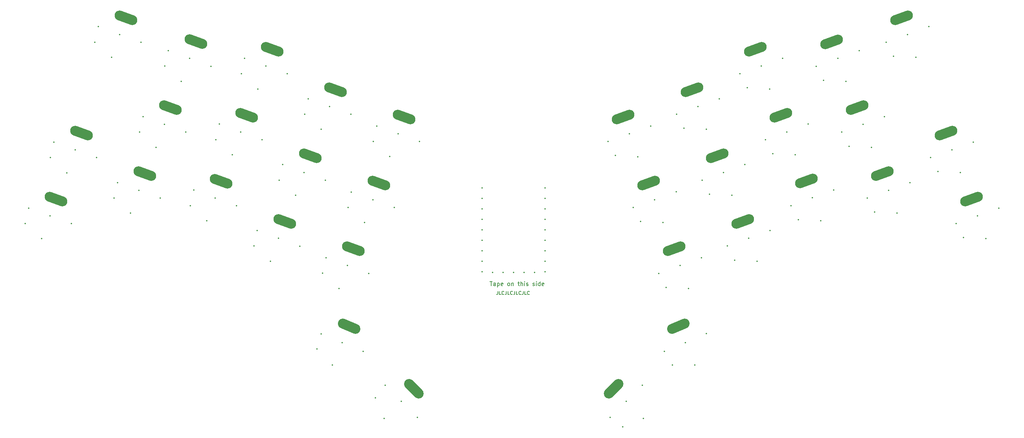
<source format=gto>
%TF.GenerationSoftware,KiCad,Pcbnew,(6.0.11)*%
%TF.CreationDate,2023-07-21T21:31:14+09:00*%
%TF.ProjectId,gku34-bottom-plate,676b7533-342d-4626-9f74-746f6d2d706c,rev?*%
%TF.SameCoordinates,Original*%
%TF.FileFunction,Legend,Top*%
%TF.FilePolarity,Positive*%
%FSLAX46Y46*%
G04 Gerber Fmt 4.6, Leading zero omitted, Abs format (unit mm)*
G04 Created by KiCad (PCBNEW (6.0.11)) date 2023-07-21 21:31:14*
%MOMM*%
%LPD*%
G01*
G04 APERTURE LIST*
G04 Aperture macros list*
%AMHorizOval*
0 Thick line with rounded ends*
0 $1 width*
0 $2 $3 position (X,Y) of the first rounded end (center of the circle)*
0 $4 $5 position (X,Y) of the second rounded end (center of the circle)*
0 Add line between two ends*
20,1,$1,$2,$3,$4,$5,0*
0 Add two circle primitives to create the rounded ends*
1,1,$1,$2,$3*
1,1,$1,$4,$5*%
G04 Aperture macros list end*
%ADD10C,0.200000*%
%ADD11C,0.350000*%
%ADD12HorizOval,2.399999X-1.550493X-0.564333X1.550493X0.564333X0*%
%ADD13HorizOval,2.399999X-1.550493X0.564333X1.550493X-0.564333X0*%
%ADD14HorizOval,2.399999X-1.166726X-1.166726X1.166726X1.166726X0*%
%ADD15HorizOval,2.399999X-1.166726X1.166726X1.166726X-1.166726X0*%
%ADD16HorizOval,2.399999X-1.518833X0.644706X1.518833X-0.644706X0*%
%ADD17HorizOval,2.399999X-1.518833X-0.644706X1.518833X0.644706X0*%
G04 APERTURE END LIST*
D10*
X133778571Y-88982380D02*
X134350000Y-88982380D01*
X134064285Y-89982380D02*
X134064285Y-88982380D01*
X135111904Y-89982380D02*
X135111904Y-89458571D01*
X135064285Y-89363333D01*
X134969047Y-89315714D01*
X134778571Y-89315714D01*
X134683333Y-89363333D01*
X135111904Y-89934761D02*
X135016666Y-89982380D01*
X134778571Y-89982380D01*
X134683333Y-89934761D01*
X134635714Y-89839523D01*
X134635714Y-89744285D01*
X134683333Y-89649047D01*
X134778571Y-89601428D01*
X135016666Y-89601428D01*
X135111904Y-89553809D01*
X135588095Y-89315714D02*
X135588095Y-90315714D01*
X135588095Y-89363333D02*
X135683333Y-89315714D01*
X135873809Y-89315714D01*
X135969047Y-89363333D01*
X136016666Y-89410952D01*
X136064285Y-89506190D01*
X136064285Y-89791904D01*
X136016666Y-89887142D01*
X135969047Y-89934761D01*
X135873809Y-89982380D01*
X135683333Y-89982380D01*
X135588095Y-89934761D01*
X136873809Y-89934761D02*
X136778571Y-89982380D01*
X136588095Y-89982380D01*
X136492857Y-89934761D01*
X136445238Y-89839523D01*
X136445238Y-89458571D01*
X136492857Y-89363333D01*
X136588095Y-89315714D01*
X136778571Y-89315714D01*
X136873809Y-89363333D01*
X136921428Y-89458571D01*
X136921428Y-89553809D01*
X136445238Y-89649047D01*
X138254761Y-89982380D02*
X138159523Y-89934761D01*
X138111904Y-89887142D01*
X138064285Y-89791904D01*
X138064285Y-89506190D01*
X138111904Y-89410952D01*
X138159523Y-89363333D01*
X138254761Y-89315714D01*
X138397619Y-89315714D01*
X138492857Y-89363333D01*
X138540476Y-89410952D01*
X138588095Y-89506190D01*
X138588095Y-89791904D01*
X138540476Y-89887142D01*
X138492857Y-89934761D01*
X138397619Y-89982380D01*
X138254761Y-89982380D01*
X139016666Y-89315714D02*
X139016666Y-89982380D01*
X139016666Y-89410952D02*
X139064285Y-89363333D01*
X139159523Y-89315714D01*
X139302380Y-89315714D01*
X139397619Y-89363333D01*
X139445238Y-89458571D01*
X139445238Y-89982380D01*
X140540476Y-89315714D02*
X140921428Y-89315714D01*
X140683333Y-88982380D02*
X140683333Y-89839523D01*
X140730952Y-89934761D01*
X140826190Y-89982380D01*
X140921428Y-89982380D01*
X141254761Y-89982380D02*
X141254761Y-88982380D01*
X141683333Y-89982380D02*
X141683333Y-89458571D01*
X141635714Y-89363333D01*
X141540476Y-89315714D01*
X141397619Y-89315714D01*
X141302380Y-89363333D01*
X141254761Y-89410952D01*
X142159523Y-89982380D02*
X142159523Y-89315714D01*
X142159523Y-88982380D02*
X142111904Y-89030000D01*
X142159523Y-89077619D01*
X142207142Y-89030000D01*
X142159523Y-88982380D01*
X142159523Y-89077619D01*
X142588095Y-89934761D02*
X142683333Y-89982380D01*
X142873809Y-89982380D01*
X142969047Y-89934761D01*
X143016666Y-89839523D01*
X143016666Y-89791904D01*
X142969047Y-89696666D01*
X142873809Y-89649047D01*
X142730952Y-89649047D01*
X142635714Y-89601428D01*
X142588095Y-89506190D01*
X142588095Y-89458571D01*
X142635714Y-89363333D01*
X142730952Y-89315714D01*
X142873809Y-89315714D01*
X142969047Y-89363333D01*
X144159523Y-89934761D02*
X144254761Y-89982380D01*
X144445238Y-89982380D01*
X144540476Y-89934761D01*
X144588095Y-89839523D01*
X144588095Y-89791904D01*
X144540476Y-89696666D01*
X144445238Y-89649047D01*
X144302380Y-89649047D01*
X144207142Y-89601428D01*
X144159523Y-89506190D01*
X144159523Y-89458571D01*
X144207142Y-89363333D01*
X144302380Y-89315714D01*
X144445238Y-89315714D01*
X144540476Y-89363333D01*
X145016666Y-89982380D02*
X145016666Y-89315714D01*
X145016666Y-88982380D02*
X144969047Y-89030000D01*
X145016666Y-89077619D01*
X145064285Y-89030000D01*
X145016666Y-88982380D01*
X145016666Y-89077619D01*
X145921428Y-89982380D02*
X145921428Y-88982380D01*
X145921428Y-89934761D02*
X145826190Y-89982380D01*
X145635714Y-89982380D01*
X145540476Y-89934761D01*
X145492857Y-89887142D01*
X145445238Y-89791904D01*
X145445238Y-89506190D01*
X145492857Y-89410952D01*
X145540476Y-89363333D01*
X145635714Y-89315714D01*
X145826190Y-89315714D01*
X145921428Y-89363333D01*
X146778571Y-89934761D02*
X146683333Y-89982380D01*
X146492857Y-89982380D01*
X146397619Y-89934761D01*
X146350000Y-89839523D01*
X146350000Y-89458571D01*
X146397619Y-89363333D01*
X146492857Y-89315714D01*
X146683333Y-89315714D01*
X146778571Y-89363333D01*
X146826190Y-89458571D01*
X146826190Y-89553809D01*
X146350000Y-89649047D01*
X135674761Y-91311904D02*
X135674761Y-91883333D01*
X135636666Y-91997619D01*
X135560476Y-92073809D01*
X135446190Y-92111904D01*
X135370000Y-92111904D01*
X136436666Y-92111904D02*
X136055714Y-92111904D01*
X136055714Y-91311904D01*
X137160476Y-92035714D02*
X137122380Y-92073809D01*
X137008095Y-92111904D01*
X136931904Y-92111904D01*
X136817619Y-92073809D01*
X136741428Y-91997619D01*
X136703333Y-91921428D01*
X136665238Y-91769047D01*
X136665238Y-91654761D01*
X136703333Y-91502380D01*
X136741428Y-91426190D01*
X136817619Y-91350000D01*
X136931904Y-91311904D01*
X137008095Y-91311904D01*
X137122380Y-91350000D01*
X137160476Y-91388095D01*
X137731904Y-91311904D02*
X137731904Y-91883333D01*
X137693809Y-91997619D01*
X137617619Y-92073809D01*
X137503333Y-92111904D01*
X137427142Y-92111904D01*
X138493809Y-92111904D02*
X138112857Y-92111904D01*
X138112857Y-91311904D01*
X139217619Y-92035714D02*
X139179523Y-92073809D01*
X139065238Y-92111904D01*
X138989047Y-92111904D01*
X138874761Y-92073809D01*
X138798571Y-91997619D01*
X138760476Y-91921428D01*
X138722380Y-91769047D01*
X138722380Y-91654761D01*
X138760476Y-91502380D01*
X138798571Y-91426190D01*
X138874761Y-91350000D01*
X138989047Y-91311904D01*
X139065238Y-91311904D01*
X139179523Y-91350000D01*
X139217619Y-91388095D01*
X139789047Y-91311904D02*
X139789047Y-91883333D01*
X139750952Y-91997619D01*
X139674761Y-92073809D01*
X139560476Y-92111904D01*
X139484285Y-92111904D01*
X140550952Y-92111904D02*
X140170000Y-92111904D01*
X140170000Y-91311904D01*
X141274761Y-92035714D02*
X141236666Y-92073809D01*
X141122380Y-92111904D01*
X141046190Y-92111904D01*
X140931904Y-92073809D01*
X140855714Y-91997619D01*
X140817619Y-91921428D01*
X140779523Y-91769047D01*
X140779523Y-91654761D01*
X140817619Y-91502380D01*
X140855714Y-91426190D01*
X140931904Y-91350000D01*
X141046190Y-91311904D01*
X141122380Y-91311904D01*
X141236666Y-91350000D01*
X141274761Y-91388095D01*
X141846190Y-91311904D02*
X141846190Y-91883333D01*
X141808095Y-91997619D01*
X141731904Y-92073809D01*
X141617619Y-92111904D01*
X141541428Y-92111904D01*
X142608095Y-92111904D02*
X142227142Y-92111904D01*
X142227142Y-91311904D01*
X143331904Y-92035714D02*
X143293809Y-92073809D01*
X143179523Y-92111904D01*
X143103333Y-92111904D01*
X142989047Y-92073809D01*
X142912857Y-91997619D01*
X142874761Y-91921428D01*
X142836666Y-91769047D01*
X142836666Y-91654761D01*
X142874761Y-91502380D01*
X142912857Y-91426190D01*
X142989047Y-91350000D01*
X143103333Y-91311904D01*
X143179523Y-91311904D01*
X143293809Y-91350000D01*
X143331904Y-91388095D01*
D11*
X201494762Y-42271779D03*
X204645152Y-34846482D03*
D12*
X198000000Y-32670000D03*
D11*
X194308534Y-38608704D03*
X199476843Y-36727593D03*
X196078056Y-42008526D03*
X72428309Y-70571111D03*
D13*
X68736843Y-64632407D03*
D11*
X61261860Y-70550731D03*
X67260000Y-68690000D03*
X65242081Y-74234186D03*
X62091691Y-66808889D03*
X147125000Y-84025000D03*
X147125000Y-81485000D03*
X131885000Y-66245000D03*
X144585000Y-86768200D03*
X134425000Y-86768200D03*
X147125000Y-76405000D03*
X147125000Y-86565000D03*
X131885000Y-68785000D03*
X139505000Y-86768200D03*
X147125000Y-68785000D03*
X131885000Y-84025000D03*
X131885000Y-71325000D03*
X131885000Y-76405000D03*
X147125000Y-73865000D03*
X131885000Y-86565000D03*
X147125000Y-78945000D03*
X136965000Y-86768200D03*
X131885000Y-73865000D03*
X131885000Y-78945000D03*
X147125000Y-71325000D03*
X131885000Y-81485000D03*
X142045000Y-86768200D03*
X147125000Y-66245000D03*
X67421860Y-54550731D03*
X68251691Y-50808889D03*
X78588309Y-54571111D03*
X71402081Y-58234186D03*
X73420000Y-52690000D03*
D13*
X74896843Y-48632407D03*
D11*
X111560000Y-53150000D03*
X109542081Y-58694186D03*
X105561860Y-55010731D03*
X116728309Y-55031111D03*
D13*
X113036843Y-49092407D03*
D11*
X106391691Y-51268889D03*
X223108309Y-33018889D03*
X219957919Y-40444186D03*
D12*
X216463157Y-30842407D03*
D11*
X217940000Y-34900000D03*
X214541213Y-40180933D03*
X212771691Y-36781111D03*
X43641691Y-64978889D03*
X46792081Y-72404186D03*
D13*
X50286843Y-62802407D03*
D11*
X42811860Y-68720731D03*
X48810000Y-66860000D03*
X53978309Y-68741111D03*
X110588309Y-71021111D03*
X100251691Y-67258889D03*
X99421860Y-71000731D03*
X103402081Y-74684186D03*
D13*
X106896843Y-65082407D03*
D11*
X105420000Y-69140000D03*
X229681691Y-30961111D03*
D12*
X233373157Y-25022407D03*
D11*
X240018309Y-27198889D03*
X236867919Y-34624186D03*
X234850000Y-29080000D03*
X231451213Y-34360933D03*
D13*
X62590000Y-30840000D03*
D11*
X55944848Y-33016482D03*
X66281466Y-36778704D03*
X61113157Y-34897593D03*
X55115017Y-36758324D03*
X59095238Y-40441779D03*
X166750000Y-117970000D03*
X170639087Y-114080913D03*
X162860913Y-121859087D03*
X170921930Y-122141930D03*
X165901472Y-124192540D03*
D14*
X163696713Y-114916713D03*
D11*
X201578309Y-76598889D03*
X198427919Y-84024186D03*
X191241691Y-80361111D03*
D12*
X194933157Y-74422407D03*
D11*
X196410000Y-78480000D03*
X193011213Y-83760933D03*
D12*
X250310000Y-68970000D03*
D11*
X248388056Y-78308526D03*
X253804762Y-78571779D03*
X256955152Y-71146482D03*
X251786843Y-73027593D03*
X246618534Y-74908704D03*
D12*
X228773157Y-62802407D03*
D11*
X230250000Y-66860000D03*
X226851213Y-72140933D03*
X235418309Y-64978889D03*
X225081691Y-68741111D03*
X232267919Y-72404186D03*
X82630000Y-78500000D03*
X76631860Y-80360731D03*
X87798309Y-80381111D03*
X77461691Y-76618889D03*
D13*
X84106843Y-74442407D03*
D11*
X80612081Y-84044186D03*
X202242904Y-57982044D03*
X205641691Y-52701111D03*
X207659610Y-58245297D03*
X200473382Y-54582222D03*
X210810000Y-50820000D03*
D12*
X204164848Y-48643518D03*
D11*
X52962081Y-56414186D03*
X60148309Y-52751111D03*
D13*
X56456843Y-46812407D03*
D11*
X48981860Y-52730731D03*
X49811691Y-48988889D03*
X54980000Y-50870000D03*
X184116843Y-46537593D03*
X189285152Y-44656482D03*
X180718056Y-51818526D03*
X186134762Y-52081779D03*
D12*
X182640000Y-42480000D03*
D11*
X178948534Y-48418704D03*
X25262081Y-78574186D03*
X21281860Y-74890731D03*
X27280000Y-73030000D03*
X32448309Y-74911111D03*
X22111691Y-71148889D03*
D13*
X28756843Y-68972407D03*
D11*
X216978309Y-66788889D03*
X208411213Y-73950933D03*
X206641691Y-70551111D03*
D12*
X210333157Y-64612407D03*
D11*
X213827919Y-74214186D03*
X211810000Y-68670000D03*
X93245017Y-86958324D03*
X94074848Y-83216482D03*
X97225238Y-90641779D03*
D13*
X100720000Y-81040000D03*
D11*
X104411466Y-86978704D03*
X99243157Y-85097593D03*
X173656843Y-69127593D03*
D12*
X172180000Y-65070000D03*
D11*
X170258056Y-74408526D03*
X168488534Y-71008704D03*
X178825152Y-67246482D03*
X175674762Y-74671779D03*
D15*
X115363287Y-114916713D03*
D11*
X106087460Y-117121472D03*
X116199087Y-121859087D03*
X112310000Y-117970000D03*
X108420913Y-114080913D03*
X108138070Y-122141930D03*
X95679426Y-109208156D03*
X91897437Y-105321440D03*
X103047517Y-105926198D03*
X97984740Y-103777177D03*
D16*
X99671917Y-99802437D03*
D11*
X92921963Y-101628156D03*
X162328534Y-55038704D03*
X167496843Y-53157593D03*
X164098056Y-58438526D03*
D12*
X166020000Y-49100000D03*
D11*
X172665152Y-51276482D03*
X169514762Y-58701779D03*
X88790000Y-62520000D03*
X83621691Y-60638889D03*
D13*
X90266843Y-58462407D03*
D11*
X93958309Y-64401111D03*
X82791860Y-64380731D03*
X86772081Y-68064186D03*
X229265152Y-49006482D03*
X220698056Y-56168526D03*
X224096843Y-50887593D03*
X226114762Y-56431779D03*
X218928534Y-52768704D03*
D12*
X222620000Y-46830000D03*
D11*
X176017223Y-105919021D03*
X181080000Y-103770000D03*
X186142777Y-101620979D03*
D17*
X179392823Y-99795260D03*
D11*
X177962254Y-109221574D03*
X183385314Y-109200979D03*
X49358309Y-30961111D03*
X42172081Y-34624186D03*
D13*
X45666843Y-25022407D03*
D11*
X38191860Y-30940731D03*
X39021691Y-27198889D03*
X44190000Y-29080000D03*
D12*
X188793157Y-58452407D03*
D11*
X190270000Y-62510000D03*
X186871213Y-67790933D03*
X195438309Y-60628889D03*
X192287919Y-68054186D03*
X185101691Y-64391111D03*
D13*
X81066843Y-32682407D03*
D11*
X79590000Y-36740000D03*
X74421691Y-34858889D03*
X84758309Y-38621111D03*
X77572081Y-42284186D03*
X73591860Y-38600731D03*
X184985152Y-83216482D03*
X179816843Y-85097593D03*
X181834762Y-90641779D03*
X176418056Y-90378526D03*
X174648534Y-86978704D03*
D12*
X178340000Y-81040000D03*
X244140000Y-52980000D03*
D11*
X242218056Y-62318526D03*
X245616843Y-57037593D03*
X240448534Y-58918704D03*
X250785152Y-55156482D03*
X247634762Y-62581779D03*
X88951860Y-48390731D03*
X92932081Y-52074186D03*
X94950000Y-46530000D03*
D13*
X96426843Y-42472407D03*
D11*
X89781691Y-44648889D03*
X100118309Y-48411111D03*
X28264848Y-55166482D03*
X38601466Y-58928704D03*
X31415238Y-62591779D03*
X33433157Y-57047593D03*
X27435017Y-58908324D03*
D13*
X34910000Y-52990000D03*
M02*

</source>
